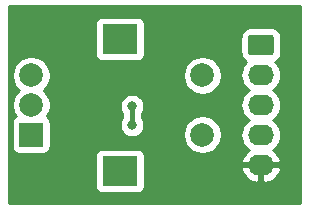
<source format=gbr>
%TF.GenerationSoftware,KiCad,Pcbnew,5.1.12-1.fc35*%
%TF.CreationDate,2021-11-27T14:34:01+00:00*%
%TF.ProjectId,kiCAD_TriSchmittPanelMount_v003.1,6b694341-445f-4547-9269-5363686d6974,rev?*%
%TF.SameCoordinates,Original*%
%TF.FileFunction,Copper,L2,Bot*%
%TF.FilePolarity,Positive*%
%FSLAX46Y46*%
G04 Gerber Fmt 4.6, Leading zero omitted, Abs format (unit mm)*
G04 Created by KiCad (PCBNEW 5.1.12-1.fc35) date 2021-11-27 14:34:01*
%MOMM*%
%LPD*%
G01*
G04 APERTURE LIST*
%TA.AperFunction,ComponentPad*%
%ADD10O,2.190000X1.740000*%
%TD*%
%TA.AperFunction,ComponentPad*%
%ADD11C,2.000000*%
%TD*%
%TA.AperFunction,ComponentPad*%
%ADD12R,3.000000X2.500000*%
%TD*%
%TA.AperFunction,ComponentPad*%
%ADD13R,2.000000X2.000000*%
%TD*%
%TA.AperFunction,ViaPad*%
%ADD14C,0.800000*%
%TD*%
%TA.AperFunction,Conductor*%
%ADD15C,0.400000*%
%TD*%
%TA.AperFunction,Conductor*%
%ADD16C,0.254000*%
%TD*%
%TA.AperFunction,Conductor*%
%ADD17C,0.100000*%
%TD*%
G04 APERTURE END LIST*
%TO.P,J1,1*%
%TO.N,/EncA_Out*%
%TA.AperFunction,ComponentPad*%
G36*
G01*
X212954999Y-67750000D02*
X214645001Y-67750000D01*
G75*
G02*
X214895000Y-67999999I0J-249999D01*
G01*
X214895000Y-69240001D01*
G75*
G02*
X214645001Y-69490000I-249999J0D01*
G01*
X212954999Y-69490000D01*
G75*
G02*
X212705000Y-69240001I0J249999D01*
G01*
X212705000Y-67999999D01*
G75*
G02*
X212954999Y-67750000I249999J0D01*
G01*
G37*
%TD.AperFunction*%
D10*
%TO.P,J1,2*%
%TO.N,/EncB_Out*%
X213800000Y-71160000D03*
%TO.P,J1,3*%
%TO.N,/EncSw_Out*%
X213800000Y-73700000D03*
%TO.P,J1,4*%
%TO.N,GND*%
X213800000Y-76240000D03*
%TO.P,J1,5*%
%TO.N,VCC*%
X213800000Y-78780000D03*
%TD*%
D11*
%TO.P,SW1,S2*%
%TO.N,Sig_EncSw*%
X208850000Y-71200000D03*
%TO.P,SW1,S1*%
%TO.N,GND*%
X208850000Y-76200000D03*
D12*
%TO.P,SW1,MP*%
%TO.N,N/C*%
X201850000Y-68100000D03*
X201850000Y-79300000D03*
D11*
%TO.P,SW1,B*%
%TO.N,Sig_EncB*%
X194350000Y-71200000D03*
%TO.P,SW1,C*%
%TO.N,GND*%
X194350000Y-73700000D03*
D13*
%TO.P,SW1,A*%
%TO.N,Sig_EncA*%
X194350000Y-76200000D03*
%TD*%
D14*
%TO.N,VCC*%
X209600000Y-68500000D03*
X199200000Y-74700000D03*
X205965689Y-77434303D03*
X197300002Y-67500000D03*
X203100000Y-76900000D03*
%TO.N,Trig_EncA*%
X202900000Y-75400008D03*
X202900000Y-73799977D03*
%TD*%
D15*
%TO.N,Trig_EncA*%
X202900000Y-73799977D02*
X202900000Y-75400008D01*
%TD*%
D16*
%TO.N,VCC*%
X217140000Y-82040000D02*
X192460000Y-82040000D01*
X192460000Y-78050000D01*
X199711928Y-78050000D01*
X199711928Y-80550000D01*
X199724188Y-80674482D01*
X199760498Y-80794180D01*
X199819463Y-80904494D01*
X199898815Y-81001185D01*
X199995506Y-81080537D01*
X200105820Y-81139502D01*
X200225518Y-81175812D01*
X200350000Y-81188072D01*
X203350000Y-81188072D01*
X203474482Y-81175812D01*
X203594180Y-81139502D01*
X203704494Y-81080537D01*
X203801185Y-81001185D01*
X203880537Y-80904494D01*
X203939502Y-80794180D01*
X203975812Y-80674482D01*
X203988072Y-80550000D01*
X203988072Y-79140031D01*
X212113698Y-79140031D01*
X212130449Y-79227591D01*
X212245526Y-79500809D01*
X212411694Y-79746326D01*
X212622567Y-79954708D01*
X212870042Y-80117947D01*
X213144608Y-80229769D01*
X213435714Y-80285877D01*
X213673000Y-80130376D01*
X213673000Y-78907000D01*
X213927000Y-78907000D01*
X213927000Y-80130376D01*
X214164286Y-80285877D01*
X214455392Y-80229769D01*
X214729958Y-80117947D01*
X214977433Y-79954708D01*
X215188306Y-79746326D01*
X215354474Y-79500809D01*
X215469551Y-79227591D01*
X215486302Y-79140031D01*
X215365246Y-78907000D01*
X213927000Y-78907000D01*
X213673000Y-78907000D01*
X212234754Y-78907000D01*
X212113698Y-79140031D01*
X203988072Y-79140031D01*
X203988072Y-78050000D01*
X203975812Y-77925518D01*
X203939502Y-77805820D01*
X203880537Y-77695506D01*
X203801185Y-77598815D01*
X203704494Y-77519463D01*
X203594180Y-77460498D01*
X203474482Y-77424188D01*
X203350000Y-77411928D01*
X200350000Y-77411928D01*
X200225518Y-77424188D01*
X200105820Y-77460498D01*
X199995506Y-77519463D01*
X199898815Y-77598815D01*
X199819463Y-77695506D01*
X199760498Y-77805820D01*
X199724188Y-77925518D01*
X199711928Y-78050000D01*
X192460000Y-78050000D01*
X192460000Y-75200000D01*
X192711928Y-75200000D01*
X192711928Y-77200000D01*
X192724188Y-77324482D01*
X192760498Y-77444180D01*
X192819463Y-77554494D01*
X192898815Y-77651185D01*
X192995506Y-77730537D01*
X193105820Y-77789502D01*
X193225518Y-77825812D01*
X193350000Y-77838072D01*
X195350000Y-77838072D01*
X195474482Y-77825812D01*
X195594180Y-77789502D01*
X195704494Y-77730537D01*
X195801185Y-77651185D01*
X195880537Y-77554494D01*
X195939502Y-77444180D01*
X195975812Y-77324482D01*
X195988072Y-77200000D01*
X195988072Y-75200000D01*
X195975812Y-75075518D01*
X195939502Y-74955820D01*
X195880537Y-74845506D01*
X195801185Y-74748815D01*
X195704494Y-74669463D01*
X195678063Y-74655335D01*
X195798918Y-74474463D01*
X195922168Y-74176912D01*
X195985000Y-73861033D01*
X195985000Y-73698038D01*
X201865000Y-73698038D01*
X201865000Y-73901916D01*
X201904774Y-74101875D01*
X201982795Y-74290233D01*
X202065000Y-74413262D01*
X202065001Y-74786722D01*
X201982795Y-74909752D01*
X201904774Y-75098110D01*
X201865000Y-75298069D01*
X201865000Y-75501947D01*
X201904774Y-75701906D01*
X201982795Y-75890264D01*
X202096063Y-76059782D01*
X202240226Y-76203945D01*
X202409744Y-76317213D01*
X202598102Y-76395234D01*
X202798061Y-76435008D01*
X203001939Y-76435008D01*
X203201898Y-76395234D01*
X203390256Y-76317213D01*
X203559774Y-76203945D01*
X203703937Y-76059782D01*
X203717845Y-76038967D01*
X207215000Y-76038967D01*
X207215000Y-76361033D01*
X207277832Y-76676912D01*
X207401082Y-76974463D01*
X207580013Y-77242252D01*
X207807748Y-77469987D01*
X208075537Y-77648918D01*
X208373088Y-77772168D01*
X208688967Y-77835000D01*
X209011033Y-77835000D01*
X209326912Y-77772168D01*
X209624463Y-77648918D01*
X209892252Y-77469987D01*
X210119987Y-77242252D01*
X210298918Y-76974463D01*
X210422168Y-76676912D01*
X210485000Y-76361033D01*
X210485000Y-76038967D01*
X210422168Y-75723088D01*
X210298918Y-75425537D01*
X210119987Y-75157748D01*
X209892252Y-74930013D01*
X209624463Y-74751082D01*
X209326912Y-74627832D01*
X209011033Y-74565000D01*
X208688967Y-74565000D01*
X208373088Y-74627832D01*
X208075537Y-74751082D01*
X207807748Y-74930013D01*
X207580013Y-75157748D01*
X207401082Y-75425537D01*
X207277832Y-75723088D01*
X207215000Y-76038967D01*
X203717845Y-76038967D01*
X203817205Y-75890264D01*
X203895226Y-75701906D01*
X203935000Y-75501947D01*
X203935000Y-75298069D01*
X203895226Y-75098110D01*
X203817205Y-74909752D01*
X203735000Y-74786723D01*
X203735000Y-74413262D01*
X203817205Y-74290233D01*
X203895226Y-74101875D01*
X203935000Y-73901916D01*
X203935000Y-73698038D01*
X203895226Y-73498079D01*
X203817205Y-73309721D01*
X203703937Y-73140203D01*
X203559774Y-72996040D01*
X203390256Y-72882772D01*
X203201898Y-72804751D01*
X203001939Y-72764977D01*
X202798061Y-72764977D01*
X202598102Y-72804751D01*
X202409744Y-72882772D01*
X202240226Y-72996040D01*
X202096063Y-73140203D01*
X201982795Y-73309721D01*
X201904774Y-73498079D01*
X201865000Y-73698038D01*
X195985000Y-73698038D01*
X195985000Y-73538967D01*
X195922168Y-73223088D01*
X195798918Y-72925537D01*
X195619987Y-72657748D01*
X195412239Y-72450000D01*
X195619987Y-72242252D01*
X195798918Y-71974463D01*
X195922168Y-71676912D01*
X195985000Y-71361033D01*
X195985000Y-71038967D01*
X207215000Y-71038967D01*
X207215000Y-71361033D01*
X207277832Y-71676912D01*
X207401082Y-71974463D01*
X207580013Y-72242252D01*
X207807748Y-72469987D01*
X208075537Y-72648918D01*
X208373088Y-72772168D01*
X208688967Y-72835000D01*
X209011033Y-72835000D01*
X209326912Y-72772168D01*
X209624463Y-72648918D01*
X209892252Y-72469987D01*
X210119987Y-72242252D01*
X210298918Y-71974463D01*
X210422168Y-71676912D01*
X210485000Y-71361033D01*
X210485000Y-71160000D01*
X212062718Y-71160000D01*
X212091776Y-71455032D01*
X212177834Y-71738725D01*
X212317583Y-72000179D01*
X212505655Y-72229345D01*
X212734821Y-72417417D01*
X212758362Y-72430000D01*
X212734821Y-72442583D01*
X212505655Y-72630655D01*
X212317583Y-72859821D01*
X212177834Y-73121275D01*
X212091776Y-73404968D01*
X212062718Y-73700000D01*
X212091776Y-73995032D01*
X212177834Y-74278725D01*
X212317583Y-74540179D01*
X212505655Y-74769345D01*
X212734821Y-74957417D01*
X212758362Y-74970000D01*
X212734821Y-74982583D01*
X212505655Y-75170655D01*
X212317583Y-75399821D01*
X212177834Y-75661275D01*
X212091776Y-75944968D01*
X212062718Y-76240000D01*
X212091776Y-76535032D01*
X212177834Y-76818725D01*
X212317583Y-77080179D01*
X212505655Y-77309345D01*
X212734821Y-77497417D01*
X212763152Y-77512560D01*
X212622567Y-77605292D01*
X212411694Y-77813674D01*
X212245526Y-78059191D01*
X212130449Y-78332409D01*
X212113698Y-78419969D01*
X212234754Y-78653000D01*
X213673000Y-78653000D01*
X213673000Y-78633000D01*
X213927000Y-78633000D01*
X213927000Y-78653000D01*
X215365246Y-78653000D01*
X215486302Y-78419969D01*
X215469551Y-78332409D01*
X215354474Y-78059191D01*
X215188306Y-77813674D01*
X214977433Y-77605292D01*
X214836848Y-77512560D01*
X214865179Y-77497417D01*
X215094345Y-77309345D01*
X215282417Y-77080179D01*
X215422166Y-76818725D01*
X215508224Y-76535032D01*
X215537282Y-76240000D01*
X215508224Y-75944968D01*
X215422166Y-75661275D01*
X215282417Y-75399821D01*
X215094345Y-75170655D01*
X214865179Y-74982583D01*
X214841638Y-74970000D01*
X214865179Y-74957417D01*
X215094345Y-74769345D01*
X215282417Y-74540179D01*
X215422166Y-74278725D01*
X215508224Y-73995032D01*
X215537282Y-73700000D01*
X215508224Y-73404968D01*
X215422166Y-73121275D01*
X215282417Y-72859821D01*
X215094345Y-72630655D01*
X214865179Y-72442583D01*
X214841638Y-72430000D01*
X214865179Y-72417417D01*
X215094345Y-72229345D01*
X215282417Y-72000179D01*
X215422166Y-71738725D01*
X215508224Y-71455032D01*
X215537282Y-71160000D01*
X215508224Y-70864968D01*
X215422166Y-70581275D01*
X215282417Y-70319821D01*
X215094345Y-70090655D01*
X215028886Y-70036934D01*
X215138387Y-69978405D01*
X215272962Y-69867962D01*
X215383405Y-69733387D01*
X215465472Y-69579851D01*
X215516008Y-69413255D01*
X215533072Y-69240001D01*
X215533072Y-67999999D01*
X215516008Y-67826745D01*
X215465472Y-67660149D01*
X215383405Y-67506613D01*
X215272962Y-67372038D01*
X215138387Y-67261595D01*
X214984851Y-67179528D01*
X214818255Y-67128992D01*
X214645001Y-67111928D01*
X212954999Y-67111928D01*
X212781745Y-67128992D01*
X212615149Y-67179528D01*
X212461613Y-67261595D01*
X212327038Y-67372038D01*
X212216595Y-67506613D01*
X212134528Y-67660149D01*
X212083992Y-67826745D01*
X212066928Y-67999999D01*
X212066928Y-69240001D01*
X212083992Y-69413255D01*
X212134528Y-69579851D01*
X212216595Y-69733387D01*
X212327038Y-69867962D01*
X212461613Y-69978405D01*
X212571114Y-70036934D01*
X212505655Y-70090655D01*
X212317583Y-70319821D01*
X212177834Y-70581275D01*
X212091776Y-70864968D01*
X212062718Y-71160000D01*
X210485000Y-71160000D01*
X210485000Y-71038967D01*
X210422168Y-70723088D01*
X210298918Y-70425537D01*
X210119987Y-70157748D01*
X209892252Y-69930013D01*
X209624463Y-69751082D01*
X209326912Y-69627832D01*
X209011033Y-69565000D01*
X208688967Y-69565000D01*
X208373088Y-69627832D01*
X208075537Y-69751082D01*
X207807748Y-69930013D01*
X207580013Y-70157748D01*
X207401082Y-70425537D01*
X207277832Y-70723088D01*
X207215000Y-71038967D01*
X195985000Y-71038967D01*
X195922168Y-70723088D01*
X195798918Y-70425537D01*
X195619987Y-70157748D01*
X195392252Y-69930013D01*
X195124463Y-69751082D01*
X194826912Y-69627832D01*
X194511033Y-69565000D01*
X194188967Y-69565000D01*
X193873088Y-69627832D01*
X193575537Y-69751082D01*
X193307748Y-69930013D01*
X193080013Y-70157748D01*
X192901082Y-70425537D01*
X192777832Y-70723088D01*
X192715000Y-71038967D01*
X192715000Y-71361033D01*
X192777832Y-71676912D01*
X192901082Y-71974463D01*
X193080013Y-72242252D01*
X193287761Y-72450000D01*
X193080013Y-72657748D01*
X192901082Y-72925537D01*
X192777832Y-73223088D01*
X192715000Y-73538967D01*
X192715000Y-73861033D01*
X192777832Y-74176912D01*
X192901082Y-74474463D01*
X193021937Y-74655335D01*
X192995506Y-74669463D01*
X192898815Y-74748815D01*
X192819463Y-74845506D01*
X192760498Y-74955820D01*
X192724188Y-75075518D01*
X192711928Y-75200000D01*
X192460000Y-75200000D01*
X192460000Y-66850000D01*
X199711928Y-66850000D01*
X199711928Y-69350000D01*
X199724188Y-69474482D01*
X199760498Y-69594180D01*
X199819463Y-69704494D01*
X199898815Y-69801185D01*
X199995506Y-69880537D01*
X200105820Y-69939502D01*
X200225518Y-69975812D01*
X200350000Y-69988072D01*
X203350000Y-69988072D01*
X203474482Y-69975812D01*
X203594180Y-69939502D01*
X203704494Y-69880537D01*
X203801185Y-69801185D01*
X203880537Y-69704494D01*
X203939502Y-69594180D01*
X203975812Y-69474482D01*
X203988072Y-69350000D01*
X203988072Y-66850000D01*
X203975812Y-66725518D01*
X203939502Y-66605820D01*
X203880537Y-66495506D01*
X203801185Y-66398815D01*
X203704494Y-66319463D01*
X203594180Y-66260498D01*
X203474482Y-66224188D01*
X203350000Y-66211928D01*
X200350000Y-66211928D01*
X200225518Y-66224188D01*
X200105820Y-66260498D01*
X199995506Y-66319463D01*
X199898815Y-66398815D01*
X199819463Y-66495506D01*
X199760498Y-66605820D01*
X199724188Y-66725518D01*
X199711928Y-66850000D01*
X192460000Y-66850000D01*
X192460000Y-65360000D01*
X217140001Y-65360000D01*
X217140000Y-82040000D01*
%TA.AperFunction,Conductor*%
D17*
G36*
X217140000Y-82040000D02*
G01*
X192460000Y-82040000D01*
X192460000Y-78050000D01*
X199711928Y-78050000D01*
X199711928Y-80550000D01*
X199724188Y-80674482D01*
X199760498Y-80794180D01*
X199819463Y-80904494D01*
X199898815Y-81001185D01*
X199995506Y-81080537D01*
X200105820Y-81139502D01*
X200225518Y-81175812D01*
X200350000Y-81188072D01*
X203350000Y-81188072D01*
X203474482Y-81175812D01*
X203594180Y-81139502D01*
X203704494Y-81080537D01*
X203801185Y-81001185D01*
X203880537Y-80904494D01*
X203939502Y-80794180D01*
X203975812Y-80674482D01*
X203988072Y-80550000D01*
X203988072Y-79140031D01*
X212113698Y-79140031D01*
X212130449Y-79227591D01*
X212245526Y-79500809D01*
X212411694Y-79746326D01*
X212622567Y-79954708D01*
X212870042Y-80117947D01*
X213144608Y-80229769D01*
X213435714Y-80285877D01*
X213673000Y-80130376D01*
X213673000Y-78907000D01*
X213927000Y-78907000D01*
X213927000Y-80130376D01*
X214164286Y-80285877D01*
X214455392Y-80229769D01*
X214729958Y-80117947D01*
X214977433Y-79954708D01*
X215188306Y-79746326D01*
X215354474Y-79500809D01*
X215469551Y-79227591D01*
X215486302Y-79140031D01*
X215365246Y-78907000D01*
X213927000Y-78907000D01*
X213673000Y-78907000D01*
X212234754Y-78907000D01*
X212113698Y-79140031D01*
X203988072Y-79140031D01*
X203988072Y-78050000D01*
X203975812Y-77925518D01*
X203939502Y-77805820D01*
X203880537Y-77695506D01*
X203801185Y-77598815D01*
X203704494Y-77519463D01*
X203594180Y-77460498D01*
X203474482Y-77424188D01*
X203350000Y-77411928D01*
X200350000Y-77411928D01*
X200225518Y-77424188D01*
X200105820Y-77460498D01*
X199995506Y-77519463D01*
X199898815Y-77598815D01*
X199819463Y-77695506D01*
X199760498Y-77805820D01*
X199724188Y-77925518D01*
X199711928Y-78050000D01*
X192460000Y-78050000D01*
X192460000Y-75200000D01*
X192711928Y-75200000D01*
X192711928Y-77200000D01*
X192724188Y-77324482D01*
X192760498Y-77444180D01*
X192819463Y-77554494D01*
X192898815Y-77651185D01*
X192995506Y-77730537D01*
X193105820Y-77789502D01*
X193225518Y-77825812D01*
X193350000Y-77838072D01*
X195350000Y-77838072D01*
X195474482Y-77825812D01*
X195594180Y-77789502D01*
X195704494Y-77730537D01*
X195801185Y-77651185D01*
X195880537Y-77554494D01*
X195939502Y-77444180D01*
X195975812Y-77324482D01*
X195988072Y-77200000D01*
X195988072Y-75200000D01*
X195975812Y-75075518D01*
X195939502Y-74955820D01*
X195880537Y-74845506D01*
X195801185Y-74748815D01*
X195704494Y-74669463D01*
X195678063Y-74655335D01*
X195798918Y-74474463D01*
X195922168Y-74176912D01*
X195985000Y-73861033D01*
X195985000Y-73698038D01*
X201865000Y-73698038D01*
X201865000Y-73901916D01*
X201904774Y-74101875D01*
X201982795Y-74290233D01*
X202065000Y-74413262D01*
X202065001Y-74786722D01*
X201982795Y-74909752D01*
X201904774Y-75098110D01*
X201865000Y-75298069D01*
X201865000Y-75501947D01*
X201904774Y-75701906D01*
X201982795Y-75890264D01*
X202096063Y-76059782D01*
X202240226Y-76203945D01*
X202409744Y-76317213D01*
X202598102Y-76395234D01*
X202798061Y-76435008D01*
X203001939Y-76435008D01*
X203201898Y-76395234D01*
X203390256Y-76317213D01*
X203559774Y-76203945D01*
X203703937Y-76059782D01*
X203717845Y-76038967D01*
X207215000Y-76038967D01*
X207215000Y-76361033D01*
X207277832Y-76676912D01*
X207401082Y-76974463D01*
X207580013Y-77242252D01*
X207807748Y-77469987D01*
X208075537Y-77648918D01*
X208373088Y-77772168D01*
X208688967Y-77835000D01*
X209011033Y-77835000D01*
X209326912Y-77772168D01*
X209624463Y-77648918D01*
X209892252Y-77469987D01*
X210119987Y-77242252D01*
X210298918Y-76974463D01*
X210422168Y-76676912D01*
X210485000Y-76361033D01*
X210485000Y-76038967D01*
X210422168Y-75723088D01*
X210298918Y-75425537D01*
X210119987Y-75157748D01*
X209892252Y-74930013D01*
X209624463Y-74751082D01*
X209326912Y-74627832D01*
X209011033Y-74565000D01*
X208688967Y-74565000D01*
X208373088Y-74627832D01*
X208075537Y-74751082D01*
X207807748Y-74930013D01*
X207580013Y-75157748D01*
X207401082Y-75425537D01*
X207277832Y-75723088D01*
X207215000Y-76038967D01*
X203717845Y-76038967D01*
X203817205Y-75890264D01*
X203895226Y-75701906D01*
X203935000Y-75501947D01*
X203935000Y-75298069D01*
X203895226Y-75098110D01*
X203817205Y-74909752D01*
X203735000Y-74786723D01*
X203735000Y-74413262D01*
X203817205Y-74290233D01*
X203895226Y-74101875D01*
X203935000Y-73901916D01*
X203935000Y-73698038D01*
X203895226Y-73498079D01*
X203817205Y-73309721D01*
X203703937Y-73140203D01*
X203559774Y-72996040D01*
X203390256Y-72882772D01*
X203201898Y-72804751D01*
X203001939Y-72764977D01*
X202798061Y-72764977D01*
X202598102Y-72804751D01*
X202409744Y-72882772D01*
X202240226Y-72996040D01*
X202096063Y-73140203D01*
X201982795Y-73309721D01*
X201904774Y-73498079D01*
X201865000Y-73698038D01*
X195985000Y-73698038D01*
X195985000Y-73538967D01*
X195922168Y-73223088D01*
X195798918Y-72925537D01*
X195619987Y-72657748D01*
X195412239Y-72450000D01*
X195619987Y-72242252D01*
X195798918Y-71974463D01*
X195922168Y-71676912D01*
X195985000Y-71361033D01*
X195985000Y-71038967D01*
X207215000Y-71038967D01*
X207215000Y-71361033D01*
X207277832Y-71676912D01*
X207401082Y-71974463D01*
X207580013Y-72242252D01*
X207807748Y-72469987D01*
X208075537Y-72648918D01*
X208373088Y-72772168D01*
X208688967Y-72835000D01*
X209011033Y-72835000D01*
X209326912Y-72772168D01*
X209624463Y-72648918D01*
X209892252Y-72469987D01*
X210119987Y-72242252D01*
X210298918Y-71974463D01*
X210422168Y-71676912D01*
X210485000Y-71361033D01*
X210485000Y-71160000D01*
X212062718Y-71160000D01*
X212091776Y-71455032D01*
X212177834Y-71738725D01*
X212317583Y-72000179D01*
X212505655Y-72229345D01*
X212734821Y-72417417D01*
X212758362Y-72430000D01*
X212734821Y-72442583D01*
X212505655Y-72630655D01*
X212317583Y-72859821D01*
X212177834Y-73121275D01*
X212091776Y-73404968D01*
X212062718Y-73700000D01*
X212091776Y-73995032D01*
X212177834Y-74278725D01*
X212317583Y-74540179D01*
X212505655Y-74769345D01*
X212734821Y-74957417D01*
X212758362Y-74970000D01*
X212734821Y-74982583D01*
X212505655Y-75170655D01*
X212317583Y-75399821D01*
X212177834Y-75661275D01*
X212091776Y-75944968D01*
X212062718Y-76240000D01*
X212091776Y-76535032D01*
X212177834Y-76818725D01*
X212317583Y-77080179D01*
X212505655Y-77309345D01*
X212734821Y-77497417D01*
X212763152Y-77512560D01*
X212622567Y-77605292D01*
X212411694Y-77813674D01*
X212245526Y-78059191D01*
X212130449Y-78332409D01*
X212113698Y-78419969D01*
X212234754Y-78653000D01*
X213673000Y-78653000D01*
X213673000Y-78633000D01*
X213927000Y-78633000D01*
X213927000Y-78653000D01*
X215365246Y-78653000D01*
X215486302Y-78419969D01*
X215469551Y-78332409D01*
X215354474Y-78059191D01*
X215188306Y-77813674D01*
X214977433Y-77605292D01*
X214836848Y-77512560D01*
X214865179Y-77497417D01*
X215094345Y-77309345D01*
X215282417Y-77080179D01*
X215422166Y-76818725D01*
X215508224Y-76535032D01*
X215537282Y-76240000D01*
X215508224Y-75944968D01*
X215422166Y-75661275D01*
X215282417Y-75399821D01*
X215094345Y-75170655D01*
X214865179Y-74982583D01*
X214841638Y-74970000D01*
X214865179Y-74957417D01*
X215094345Y-74769345D01*
X215282417Y-74540179D01*
X215422166Y-74278725D01*
X215508224Y-73995032D01*
X215537282Y-73700000D01*
X215508224Y-73404968D01*
X215422166Y-73121275D01*
X215282417Y-72859821D01*
X215094345Y-72630655D01*
X214865179Y-72442583D01*
X214841638Y-72430000D01*
X214865179Y-72417417D01*
X215094345Y-72229345D01*
X215282417Y-72000179D01*
X215422166Y-71738725D01*
X215508224Y-71455032D01*
X215537282Y-71160000D01*
X215508224Y-70864968D01*
X215422166Y-70581275D01*
X215282417Y-70319821D01*
X215094345Y-70090655D01*
X215028886Y-70036934D01*
X215138387Y-69978405D01*
X215272962Y-69867962D01*
X215383405Y-69733387D01*
X215465472Y-69579851D01*
X215516008Y-69413255D01*
X215533072Y-69240001D01*
X215533072Y-67999999D01*
X215516008Y-67826745D01*
X215465472Y-67660149D01*
X215383405Y-67506613D01*
X215272962Y-67372038D01*
X215138387Y-67261595D01*
X214984851Y-67179528D01*
X214818255Y-67128992D01*
X214645001Y-67111928D01*
X212954999Y-67111928D01*
X212781745Y-67128992D01*
X212615149Y-67179528D01*
X212461613Y-67261595D01*
X212327038Y-67372038D01*
X212216595Y-67506613D01*
X212134528Y-67660149D01*
X212083992Y-67826745D01*
X212066928Y-67999999D01*
X212066928Y-69240001D01*
X212083992Y-69413255D01*
X212134528Y-69579851D01*
X212216595Y-69733387D01*
X212327038Y-69867962D01*
X212461613Y-69978405D01*
X212571114Y-70036934D01*
X212505655Y-70090655D01*
X212317583Y-70319821D01*
X212177834Y-70581275D01*
X212091776Y-70864968D01*
X212062718Y-71160000D01*
X210485000Y-71160000D01*
X210485000Y-71038967D01*
X210422168Y-70723088D01*
X210298918Y-70425537D01*
X210119987Y-70157748D01*
X209892252Y-69930013D01*
X209624463Y-69751082D01*
X209326912Y-69627832D01*
X209011033Y-69565000D01*
X208688967Y-69565000D01*
X208373088Y-69627832D01*
X208075537Y-69751082D01*
X207807748Y-69930013D01*
X207580013Y-70157748D01*
X207401082Y-70425537D01*
X207277832Y-70723088D01*
X207215000Y-71038967D01*
X195985000Y-71038967D01*
X195922168Y-70723088D01*
X195798918Y-70425537D01*
X195619987Y-70157748D01*
X195392252Y-69930013D01*
X195124463Y-69751082D01*
X194826912Y-69627832D01*
X194511033Y-69565000D01*
X194188967Y-69565000D01*
X193873088Y-69627832D01*
X193575537Y-69751082D01*
X193307748Y-69930013D01*
X193080013Y-70157748D01*
X192901082Y-70425537D01*
X192777832Y-70723088D01*
X192715000Y-71038967D01*
X192715000Y-71361033D01*
X192777832Y-71676912D01*
X192901082Y-71974463D01*
X193080013Y-72242252D01*
X193287761Y-72450000D01*
X193080013Y-72657748D01*
X192901082Y-72925537D01*
X192777832Y-73223088D01*
X192715000Y-73538967D01*
X192715000Y-73861033D01*
X192777832Y-74176912D01*
X192901082Y-74474463D01*
X193021937Y-74655335D01*
X192995506Y-74669463D01*
X192898815Y-74748815D01*
X192819463Y-74845506D01*
X192760498Y-74955820D01*
X192724188Y-75075518D01*
X192711928Y-75200000D01*
X192460000Y-75200000D01*
X192460000Y-66850000D01*
X199711928Y-66850000D01*
X199711928Y-69350000D01*
X199724188Y-69474482D01*
X199760498Y-69594180D01*
X199819463Y-69704494D01*
X199898815Y-69801185D01*
X199995506Y-69880537D01*
X200105820Y-69939502D01*
X200225518Y-69975812D01*
X200350000Y-69988072D01*
X203350000Y-69988072D01*
X203474482Y-69975812D01*
X203594180Y-69939502D01*
X203704494Y-69880537D01*
X203801185Y-69801185D01*
X203880537Y-69704494D01*
X203939502Y-69594180D01*
X203975812Y-69474482D01*
X203988072Y-69350000D01*
X203988072Y-66850000D01*
X203975812Y-66725518D01*
X203939502Y-66605820D01*
X203880537Y-66495506D01*
X203801185Y-66398815D01*
X203704494Y-66319463D01*
X203594180Y-66260498D01*
X203474482Y-66224188D01*
X203350000Y-66211928D01*
X200350000Y-66211928D01*
X200225518Y-66224188D01*
X200105820Y-66260498D01*
X199995506Y-66319463D01*
X199898815Y-66398815D01*
X199819463Y-66495506D01*
X199760498Y-66605820D01*
X199724188Y-66725518D01*
X199711928Y-66850000D01*
X192460000Y-66850000D01*
X192460000Y-65360000D01*
X217140001Y-65360000D01*
X217140000Y-82040000D01*
G37*
%TD.AperFunction*%
%TD*%
M02*

</source>
